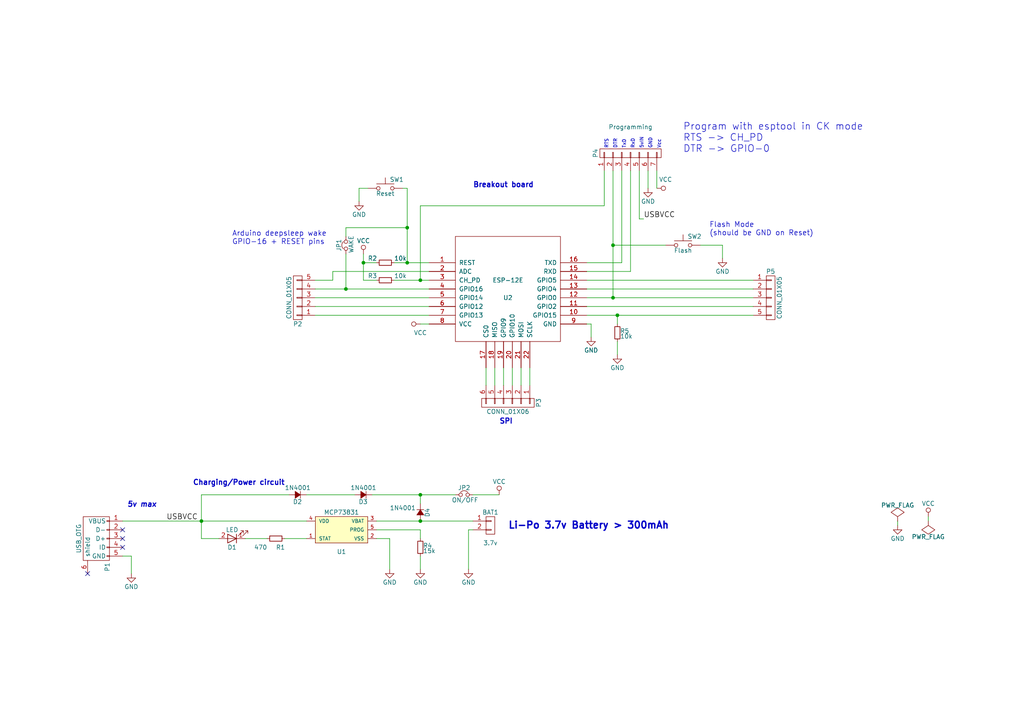
<source format=kicad_sch>
(kicad_sch (version 20230121) (generator eeschema)
  (paper "A4")
  (title_block (title "ESP-12E Module with Battery charger") (date "01/03/2017") (rev "A") (company "dev76.org") (comment 1 "No voltage regulator to use with Li-Po battery."))
  (lib_symbols
    (symbol "Parts:MCP73831" (pin_names (offset 1.016))
      (property "Reference" "U" (at 0 -6.35 0))
      (property "Value" "MCP73831" (at 0 5.08 0))
      (symbol "MCP73831_0_1"
        (rectangle (start -7.62 3.81) (end 7.62 -3.81) (fill (type background)))
      )
      (symbol "MCP73831_1_1"
        (pin input line (at -10.16 -2.54 0) (length 2.54) (name "STAT") (number "1"))
        (pin input line (at 10.16 -2.54 180) (length 2.54) (name "VSS") (number "2"))
        (pin input line (at 10.16 2.54 180) (length 2.54) (name "VBAT") (number "3"))
        (pin input line (at -10.16 2.54 0) (length 2.54) (name "VDD") (number "4"))
        (pin input line (at 10.16 0 180) (length 2.54) (name "PROG") (number "5"))
      )
    )
    (symbol "esp12-board-rescue:CONN_01X02" (pin_names (offset 1.016) hide)
      (property "Reference" "P" (at 0 3.81 0))
      (property "Value" "CONN_01X02" (at 2.54 0 90))
      (symbol "CONN_01X02_0_1"
        (rectangle (start -1.27 -1.143) (end 0.254 -1.397))
        (rectangle (start -1.27 1.397) (end 0.254 1.143))
        (rectangle (start -1.27 2.54) (end 1.27 -2.54))
      )
      (symbol "CONN_01X02_1_1"
        (pin passive line (at -5.08 1.27 0) (length 3.81) (name "P1") (number "1"))
        (pin passive line (at -5.08 -1.27 0) (length 3.81) (name "P2") (number "2"))
      )
    )
    (symbol "esp12-board-rescue:CONN_01X05" (pin_names (offset 1.016) hide)
      (property "Reference" "P" (at 0 7.62 0))
      (property "Value" "CONN_01X05" (at 2.54 0 90))
      (symbol "CONN_01X05_0_1"
        (rectangle (start -1.27 -4.953) (end 0.254 -5.207))
        (rectangle (start -1.27 -2.413) (end 0.254 -2.667))
        (rectangle (start -1.27 0.127) (end 0.254 -0.127))
        (rectangle (start -1.27 2.667) (end 0.254 2.413))
        (rectangle (start -1.27 5.207) (end 0.254 4.953))
        (rectangle (start -1.27 6.35) (end 1.27 -6.35))
      )
      (symbol "CONN_01X05_1_1"
        (pin passive line (at -5.08 5.08 0) (length 3.81) (name "P1") (number "1"))
        (pin passive line (at -5.08 2.54 0) (length 3.81) (name "P2") (number "2"))
        (pin passive line (at -5.08 0 0) (length 3.81) (name "P3") (number "3"))
        (pin passive line (at -5.08 -2.54 0) (length 3.81) (name "P4") (number "4"))
        (pin passive line (at -5.08 -5.08 0) (length 3.81) (name "P5") (number "5"))
      )
    )
    (symbol "esp12-board-rescue:CONN_01X06" (pin_names (offset 1.016) hide)
      (property "Reference" "P" (at 0 8.89 0))
      (property "Value" "CONN_01X06" (at 2.54 0 90))
      (symbol "CONN_01X06_0_1"
        (rectangle (start -1.27 -6.223) (end 0.254 -6.477))
        (rectangle (start -1.27 -3.683) (end 0.254 -3.937))
        (rectangle (start -1.27 -1.143) (end 0.254 -1.397))
        (rectangle (start -1.27 1.397) (end 0.254 1.143))
        (rectangle (start -1.27 3.937) (end 0.254 3.683))
        (rectangle (start -1.27 6.477) (end 0.254 6.223))
        (rectangle (start -1.27 7.62) (end 1.27 -7.62))
      )
      (symbol "CONN_01X06_1_1"
        (pin passive line (at -5.08 6.35 0) (length 3.81) (name "P1") (number "1"))
        (pin passive line (at -5.08 3.81 0) (length 3.81) (name "P2") (number "2"))
        (pin passive line (at -5.08 1.27 0) (length 3.81) (name "P3") (number "3"))
        (pin passive line (at -5.08 -1.27 0) (length 3.81) (name "P4") (number "4"))
        (pin passive line (at -5.08 -3.81 0) (length 3.81) (name "P5") (number "5"))
        (pin passive line (at -5.08 -6.35 0) (length 3.81) (name "P6") (number "6"))
      )
    )
    (symbol "esp12-board-rescue:CONN_01X07" (pin_names (offset 1.016) hide)
      (property "Reference" "P" (at 0 10.16 0))
      (property "Value" "CONN_01X07" (at 2.54 0 90))
      (symbol "CONN_01X07_0_1"
        (rectangle (start -1.27 -8.89) (end 1.27 8.89))
        (rectangle (start -1.27 -7.493) (end 0.254 -7.747))
        (rectangle (start -1.27 -4.953) (end 0.254 -5.207))
        (rectangle (start -1.27 -2.413) (end 0.254 -2.667))
        (rectangle (start -1.27 0.127) (end 0.254 -0.127))
        (rectangle (start -1.27 2.667) (end 0.254 2.413))
        (rectangle (start -1.27 5.207) (end 0.254 4.953))
        (rectangle (start -1.27 7.747) (end 0.254 7.493))
      )
      (symbol "CONN_01X07_1_1"
        (pin passive line (at -5.08 7.62 0) (length 3.81) (name "P1") (number "1"))
        (pin passive line (at -5.08 5.08 0) (length 3.81) (name "P2") (number "2"))
        (pin passive line (at -5.08 2.54 0) (length 3.81) (name "P3") (number "3"))
        (pin passive line (at -5.08 0 0) (length 3.81) (name "P4") (number "4"))
        (pin passive line (at -5.08 -2.54 0) (length 3.81) (name "P5") (number "5"))
        (pin passive line (at -5.08 -5.08 0) (length 3.81) (name "P6") (number "6"))
        (pin passive line (at -5.08 -7.62 0) (length 3.81) (name "P7") (number "7"))
      )
    )
    (symbol "esp12-board-rescue:D_Small_ALT" (pin_numbers hide) (pin_names (offset 0.254) hide)
      (property "Reference" "D" (at -1.27 2.032 0))
      (property "Value" "D_Small_ALT" (at -3.81 -2.032 0))
      (symbol "D_Small_ALT_0_1"
        (polyline (pts (xy -0.762 -1.016) (xy -0.762 1.016)))
        (polyline (pts (xy -0.762 0) (xy 0.762 0)))
        (polyline (pts (xy 0.762 -1.016) (xy -0.762 0) (xy 0.762 1.016) (xy 0.762 -1.016)) (fill (type outline)))
      )
      (symbol "D_Small_ALT_1_1"
        (pin passive line (at -2.54 0 0) (length 1.778) (name "K") (number "1"))
        (pin passive line (at 2.54 0 180) (length 1.778) (name "A") (number "2"))
      )
    )
    (symbol "esp12-board-rescue:ESP-12E" (pin_names (offset 1.016))
      (property "Reference" "U" (at 0 -2.54 0))
      (property "Value" "ESP-12E" (at 0 2.54 0))
      (symbol "ESP-12E_1_0"
        (rectangle (start -15.24 -15.24) (end 15.24 15.24))
      )
      (symbol "ESP-12E_1_1"
        (pin input line (at -22.86 7.62 0) (length 7.62) (name "REST") (number "1"))
        (pin bidirectional line (at 22.86 -7.62 180) (length 7.62) (name "GPIO15") (number "10"))
        (pin bidirectional line (at 22.86 -5.08 180) (length 7.62) (name "GPIO2") (number "11"))
        (pin bidirectional line (at 22.86 -2.54 180) (length 7.62) (name "GPIO0") (number "12"))
        (pin bidirectional line (at 22.86 0 180) (length 7.62) (name "GPIO4") (number "13"))
        (pin bidirectional line (at 22.86 2.54 180) (length 7.62) (name "GPIO5") (number "14"))
        (pin input line (at 22.86 5.08 180) (length 7.62) (name "RXD") (number "15"))
        (pin output line (at 22.86 7.62 180) (length 7.62) (name "TXD") (number "16"))
        (pin bidirectional line (at -6.35 -22.86 90) (length 7.62) (name "CS0") (number "17"))
        (pin bidirectional line (at -3.81 -22.86 90) (length 7.62) (name "MISO") (number "18"))
        (pin bidirectional line (at -1.27 -22.86 90) (length 7.62) (name "GPIO9") (number "19"))
        (pin passive line (at -22.86 5.08 0) (length 7.62) (name "ADC") (number "2"))
        (pin bidirectional line (at 1.27 -22.86 90) (length 7.62) (name "GPIO10") (number "20"))
        (pin bidirectional line (at 3.81 -22.86 90) (length 7.62) (name "MOSI") (number "21"))
        (pin bidirectional line (at 6.35 -22.86 90) (length 7.62) (name "SCLK") (number "22"))
        (pin input line (at -22.86 2.54 0) (length 7.62) (name "CH_PD") (number "3"))
        (pin bidirectional line (at -22.86 0 0) (length 7.62) (name "GPIO16") (number "4"))
        (pin bidirectional line (at -22.86 -2.54 0) (length 7.62) (name "GPIO14") (number "5"))
        (pin bidirectional line (at -22.86 -5.08 0) (length 7.62) (name "GPIO12") (number "6"))
        (pin bidirectional line (at -22.86 -7.62 0) (length 7.62) (name "GPIO13") (number "7"))
        (pin power_in line (at -22.86 -10.16 0) (length 7.62) (name "VCC") (number "8"))
        (pin power_in line (at 22.86 -10.16 180) (length 7.62) (name "GND") (number "9"))
      )
    )
    (symbol "esp12-board-rescue:GND" (power) (pin_names (offset 0))
      (property "Value" "GND" (at 0 -3.81 0))
      (symbol "GND_0_1"
        (polyline (pts (xy 0 0) (xy 0 -1.27) (xy 1.27 -1.27) (xy 0 -2.54) (xy -1.27 -1.27) (xy 0 -1.27)))
      )
      (symbol "GND_1_1"
        (pin power_in line (at 0 0 270) (length 0) hide (name "GND") (number "1"))
      )
    )
    (symbol "esp12-board-rescue:Jumper_NC_Small" (pin_numbers hide) (pin_names (offset 0.762) hide)
      (property "Reference" "JP" (at 0 2.032 0))
      (property "Value" "Jumper_NC_Small" (at 0.254 -1.524 0))
      (symbol "Jumper_NC_Small_0_1"
        (circle (center -1.016 0) (radius 0.508))
        (circle (center 1.016 0) (radius 0.508))
        (arc (start 1.016 0.762) (mid 0 1.1828) (end -1.016 0.762))
        (pin passive line (at -2.54 0 0) (length 1.016) (name "1") (number "1"))
        (pin passive line (at 2.54 0 180) (length 1.016) (name "2") (number "2"))
      )
    )
    (symbol "esp12-board-rescue:LED" (pin_names (offset 1.016) hide)
      (property "Reference" "D" (at 0 2.54 0))
      (property "Value" "LED" (at 0 -2.54 0))
      (symbol "LED_0_1"
        (polyline (pts (xy -1.27 -1.27) (xy -1.27 1.27)) (stroke (width 0.2032)))
        (polyline (pts (xy -1.27 0) (xy 1.27 0)))
        (polyline (pts (xy 1.27 -1.27) (xy 1.27 1.27) (xy -1.27 0) (xy 1.27 -1.27)) (stroke (width 0.2032)))
        (polyline (pts (xy -3.048 -0.762) (xy -4.572 -2.286) (xy -3.81 -2.286) (xy -4.572 -2.286) (xy -4.572 -1.524)))
        (polyline (pts (xy -1.778 -0.762) (xy -3.302 -2.286) (xy -2.54 -2.286) (xy -3.302 -2.286) (xy -3.302 -1.524)))
      )
      (symbol "LED_1_1"
        (pin passive line (at -3.81 0 0) (length 2.54) (name "K") (number "1"))
        (pin passive line (at 3.81 0 180) (length 2.54) (name "A") (number "2"))
      )
    )
    (symbol "esp12-board-rescue:PWR_FLAG" (power) (pin_numbers hide) (pin_names (offset 0) hide)
      (property "Value" "PWR_FLAG" (at 0 4.572 0))
      (symbol "PWR_FLAG_0_0"
        (pin power_out line (at 0 0 90) (length 0) (name "pwr") (number "1"))
      )
      (symbol "PWR_FLAG_0_1"
        (polyline (pts (xy 0 0) (xy 0 1.27) (xy -1.905 2.54) (xy 0 3.81) (xy 1.905 2.54) (xy 0 1.27)))
      )
    )
    (symbol "esp12-board-rescue:R_Small" (pin_numbers hide) (pin_names (offset 0.254) hide)
      (property "Reference" "R" (at 0.762 0.508 0))
      (property "Value" "R_Small" (at 0.762 -1.016 0))
      (symbol "R_Small_0_1"
        (rectangle (start -0.762 1.778) (end 0.762 -1.778) (stroke (width 0.2032)))
      )
      (symbol "R_Small_1_1"
        (pin passive line (at 0 2.54 270) (length 0.762) (name "~") (number "1"))
        (pin passive line (at 0 -2.54 90) (length 0.762) (name "~") (number "2"))
      )
    )
    (symbol "esp12-board-rescue:SW_Push" (pin_numbers hide) (pin_names (offset 1.016) hide)
      (property "Reference" "SW" (at 1.27 2.54 0))
      (property "Value" "SW_Push" (at 0 -1.524 0))
      (symbol "SW_Push_0_1"
        (circle (center -2.032 0) (radius 0.508))
        (polyline (pts (xy 0 1.27) (xy 0 3.048)))
        (polyline (pts (xy 2.54 1.27) (xy -2.54 1.27)))
        (circle (center 2.032 0) (radius 0.508))
        (pin passive line (at -5.08 0 0) (length 2.54) (name "1") (number "1"))
        (pin passive line (at 5.08 0 180) (length 2.54) (name "2") (number "2"))
      )
    )
    (symbol "esp12-board-rescue:USB_OTG" (pin_names (offset 1.016))
      (property "Reference" "P" (at 8.255 -3.175 0))
      (property "Value" "USB_OTG" (at 0 5.08 0))
      (symbol "USB_OTG_0_1"
        (rectangle (start -6.35 -3.81) (end 6.35 3.81))
        (rectangle (start -5.207 -3.81) (end -4.953 -3.048))
        (rectangle (start -2.667 -3.81) (end -2.413 -3.048))
        (rectangle (start -0.127 -3.81) (end 0.127 -3.048))
        (rectangle (start 2.413 -3.81) (end 2.667 -3.048))
        (rectangle (start 4.953 -3.81) (end 5.207 -3.048))
      )
      (symbol "USB_OTG_1_1"
        (pin power_out line (at -5.08 -7.62 90) (length 3.81) (name "VBUS") (number "1"))
        (pin passive line (at -2.54 -7.62 90) (length 3.81) (name "D-") (number "2"))
        (pin passive line (at 0 -7.62 90) (length 3.81) (name "D+") (number "3"))
        (pin power_in line (at 2.54 -7.62 90) (length 3.81) (name "ID") (number "4"))
        (pin power_in line (at 5.08 -7.62 90) (length 3.81) (name "GND") (number "5"))
        (pin passive line (at 10.16 2.54 180) (length 3.81) (name "shield") (number "6"))
      )
    )
    (symbol "esp12-board-rescue:VCC" (power) (pin_names (offset 0))
      (property "Value" "VCC" (at 0 3.81 0))
      (symbol "VCC_0_1"
        (polyline (pts (xy 0 0) (xy 0 1.27)))
        (circle (center 0 1.905) (radius 0.635))
      )
      (symbol "VCC_1_1"
        (pin power_in line (at 0 0 90) (length 0) hide (name "VCC") (number "1"))
      )
    )
  )
  (junction (at 179.07 91.44))
  (junction (at 100.33 83.82))
  (junction (at 118.11 76.2))
  (junction (at 105.41 76.2))
  (junction (at 118.11 66.04))
  (junction (at 58.42 151.13))
  (junction (at 177.8 86.36))
  (junction (at 177.8 71.12))
  (junction (at 121.92 143.51))
  (junction (at 121.92 81.28))
  (junction (at 121.92 151.13))
  (no_connect (at 25.4 166.37))
  (no_connect (at 35.56 156.21))
  (no_connect (at 35.56 153.67))
  (no_connect (at 35.56 158.75))
  (wire (pts (xy 140.97 111.76) (xy 140.97 106.68)))
  (wire (pts (xy 121.92 151.13) (xy 137.16 151.13)))
  (wire (pts (xy 104.14 54.61) (xy 106.68 54.61)))
  (wire (pts (xy 100.33 73.66) (xy 100.33 83.82)))
  (wire (pts (xy 91.44 88.9) (xy 124.46 88.9)))
  (wire (pts (xy 113.03 156.21) (xy 113.03 165.1)))
  (wire (pts (xy 124.46 91.44) (xy 91.44 91.44)))
  (wire (pts (xy 121.92 59.69) (xy 121.92 81.28)))
  (wire (pts (xy 209.55 74.93) (xy 209.55 71.12)))
  (wire (pts (xy 116.84 54.61) (xy 118.11 54.61)))
  (wire (pts (xy 114.3 76.2) (xy 118.11 76.2)))
  (wire (pts (xy 170.18 91.44) (xy 179.07 91.44)))
  (wire (pts (xy 100.33 83.82) (xy 124.46 83.82)))
  (wire (pts (xy 179.07 91.44) (xy 179.07 93.98)))
  (wire (pts (xy 175.26 59.69) (xy 175.26 49.53)))
  (wire (pts (xy 269.24 149.86) (xy 269.24 151.13)))
  (wire (pts (xy 121.92 143.51) (xy 132.08 143.51)))
  (wire (pts (xy 121.92 165.1) (xy 121.92 161.29)))
  (wire (pts (xy 179.07 99.06) (xy 179.07 102.87)))
  (wire (pts (xy 105.41 73.66) (xy 105.41 76.2)))
  (wire (pts (xy 104.14 58.42) (xy 104.14 54.61)))
  (wire (pts (xy 121.92 93.98) (xy 124.46 93.98)))
  (wire (pts (xy 114.3 81.28) (xy 121.92 81.28)))
  (wire (pts (xy 146.05 111.76) (xy 146.05 106.68)))
  (wire (pts (xy 38.1 161.29) (xy 35.56 161.29)))
  (wire (pts (xy 187.96 54.61) (xy 187.96 49.53)))
  (wire (pts (xy 109.22 156.21) (xy 113.03 156.21)))
  (wire (pts (xy 144.78 143.51) (xy 137.16 143.51)))
  (wire (pts (xy 153.67 111.76) (xy 153.67 106.68)))
  (wire (pts (xy 77.47 156.21) (xy 71.12 156.21)))
  (wire (pts (xy 179.07 91.44) (xy 218.44 91.44)))
  (wire (pts (xy 177.8 71.12) (xy 177.8 86.36)))
  (wire (pts (xy 185.42 49.53) (xy 185.42 63.5)))
  (wire (pts (xy 109.22 151.13) (xy 121.92 151.13)))
  (wire (pts (xy 83.82 143.51) (xy 58.42 143.51)))
  (wire (pts (xy 260.35 152.4) (xy 260.35 151.13)))
  (wire (pts (xy 96.52 81.28) (xy 91.44 81.28)))
  (wire (pts (xy 105.41 81.28) (xy 109.22 81.28)))
  (wire (pts (xy 182.88 78.74) (xy 182.88 49.53)))
  (wire (pts (xy 58.42 151.13) (xy 88.9 151.13)))
  (wire (pts (xy 218.44 81.28) (xy 170.18 81.28)))
  (wire (pts (xy 100.33 68.58) (xy 100.33 66.04)))
  (wire (pts (xy 100.33 66.04) (xy 118.11 66.04)))
  (wire (pts (xy 107.95 143.51) (xy 121.92 143.51)))
  (wire (pts (xy 177.8 49.53) (xy 177.8 71.12)))
  (wire (pts (xy 118.11 76.2) (xy 124.46 76.2)))
  (wire (pts (xy 135.89 165.1) (xy 135.89 153.67)))
  (wire (pts (xy 58.42 156.21) (xy 63.5 156.21)))
  (wire (pts (xy 151.13 111.76) (xy 151.13 106.68)))
  (wire (pts (xy 170.18 78.74) (xy 182.88 78.74)))
  (wire (pts (xy 170.18 76.2) (xy 180.34 76.2)))
  (wire (pts (xy 121.92 156.21) (xy 121.92 153.67)))
  (wire (pts (xy 118.11 66.04) (xy 118.11 76.2)))
  (wire (pts (xy 38.1 166.37) (xy 38.1 161.29)))
  (wire (pts (xy 58.42 143.51) (xy 58.42 151.13)))
  (wire (pts (xy 88.9 143.51) (xy 102.87 143.51)))
  (wire (pts (xy 124.46 78.74) (xy 96.52 78.74)))
  (wire (pts (xy 193.04 71.12) (xy 177.8 71.12)))
  (wire (pts (xy 91.44 83.82) (xy 100.33 83.82)))
  (wire (pts (xy 121.92 153.67) (xy 109.22 153.67)))
  (wire (pts (xy 121.92 59.69) (xy 175.26 59.69)))
  (wire (pts (xy 190.5 54.61) (xy 190.5 49.53)))
  (wire (pts (xy 185.42 63.5) (xy 186.69 63.5)))
  (wire (pts (xy 143.51 111.76) (xy 143.51 106.68)))
  (wire (pts (xy 58.42 151.13) (xy 58.42 156.21)))
  (wire (pts (xy 218.44 88.9) (xy 170.18 88.9)))
  (wire (pts (xy 171.45 97.79) (xy 171.45 93.98)))
  (wire (pts (xy 96.52 78.74) (xy 96.52 81.28)))
  (wire (pts (xy 148.59 111.76) (xy 148.59 106.68)))
  (wire (pts (xy 177.8 86.36) (xy 218.44 86.36)))
  (wire (pts (xy 171.45 93.98) (xy 170.18 93.98)))
  (wire (pts (xy 121.92 143.51) (xy 121.92 146.05)))
  (wire (pts (xy 105.41 76.2) (xy 105.41 81.28)))
  (wire (pts (xy 170.18 86.36) (xy 177.8 86.36)))
  (wire (pts (xy 124.46 86.36) (xy 91.44 86.36)))
  (wire (pts (xy 82.55 156.21) (xy 88.9 156.21)))
  (wire (pts (xy 209.55 71.12) (xy 203.2 71.12)))
  (wire (pts (xy 135.89 153.67) (xy 137.16 153.67)))
  (wire (pts (xy 105.41 76.2) (xy 109.22 76.2)))
  (wire (pts (xy 121.92 81.28) (xy 124.46 81.28)))
  (wire (pts (xy 118.11 54.61) (xy 118.11 66.04)))
  (wire (pts (xy 218.44 83.82) (xy 170.18 83.82)))
  (wire (pts (xy 180.34 76.2) (xy 180.34 49.53)))
  (wire (pts (xy 35.56 151.13) (xy 58.42 151.13)))
  (text "Flash Mode\n(should be GND on Reset)" (at 205.74 68.58 0) (effects (font (size 1.4986 1.4986)) (justify left bottom)))
  (text "Program with esptool in CK mode\nRTS -> CH_PD\nDTR -> GPIO-0" (at 198.12 44.45 0) (effects (font (size 2.0066 2.0066)) (justify left bottom)))
  (text "Charging/Power circuit" (at 55.88 140.97 0) (effects (font (size 1.4986 1.4986) (thickness 0.2997) bold) (justify left bottom)))
  (text "TxD" (at 181.61 43.18 90) (effects (font (size 0.9906 0.9906)) (justify left bottom)))
  (text "5vIN" (at 186.69 43.18 90) (effects (font (size 0.9906 0.9906)) (justify left bottom)))
  (text "DTR" (at 179.07 43.18 90) (effects (font (size 0.9906 0.9906)) (justify left bottom)))
  (text "RTS" (at 176.53 43.18 90) (effects (font (size 0.9906 0.9906)) (justify left bottom)))
  (text "Li-Po 3.7v Battery > 300mAh" (at 147.32 153.67 0) (effects (font (size 2.0066 2.0066) (thickness 0.4013) bold) (justify left bottom)))
  (text "RxD" (at 184.15 43.18 90) (effects (font (size 0.9906 0.9906)) (justify left bottom)))
  (text "Arduino deepsleep wake\nGPIO-16 + RESET pins" (at 67.31 71.12 0) (effects (font (size 1.4986 1.4986)) (justify left bottom)))
  (text "5v max" (at 36.83 147.32 0) (effects (font (size 1.4986 1.4986) (thickness 0.2997) bold italic) (justify left bottom)))
  (text "Breakout board" (at 137.16 54.61 0) (effects (font (size 1.4986 1.4986) (thickness 0.2997) bold) (justify left bottom)))
  (text "Vcc" (at 191.77 43.18 90) (effects (font (size 0.9906 0.9906)) (justify left bottom)))
  (text "SPI" (at 144.78 123.19 0) (effects (font (size 1.4986 1.4986) (thickness 0.2997) bold) (justify left bottom)))
  (text "GND" (at 189.23 43.18 90) (effects (font (size 0.9906 0.9906)) (justify left bottom)))
  (label "USBVCC" (at 48.26 151.13 0) (effects (font (size 1.524 1.524))))
  (label "USBVCC" (at 186.69 63.5 0) (effects (font (size 1.524 1.524))))
  (symbol (lib_id "esp12-board-rescue:ESP-12E") (at 147.32 83.82 0) (unit 1)
    (property "Reference" "U2" (at 147.32 86.36 0))
    (property "Value" "ESP-12E" (at 147.32 81.28 0))
    (property "Footprint" "ESP8266:ESP-12E" (effects hide))
  )
  (symbol (lib_id "Parts:MCP73831") (at 99.06 153.67 0) (unit 1)
    (property "Reference" "U1" (at 99.06 160.02 0))
    (property "Value" "MCP73831" (at 99.06 148.59 0))
    (property "Footprint" "TO_SOT_Packages_SMD:SOT-23-5" (effects hide))
  )
  (symbol (lib_id "esp12-board-rescue:LED") (at 67.31 156.21 180) (unit 1)
    (property "Reference" "D1" (at 67.31 158.75 0))
    (property "Value" "LED" (at 67.31 153.67 0))
    (property "Footprint" "LEDs:LED_0805" (effects hide))
  )
  (symbol (lib_id "esp12-board-rescue:R_Small") (at 80.01 156.21 270) (unit 1)
    (property "Reference" "R1" (at 80.01 158.75 90) (effects (justify left)))
    (property "Value" "470" (at 73.66 158.75 90) (effects (justify left)))
    (property "Footprint" "Resistors_SMD:R_1206_HandSoldering" (effects hide))
  )
  (symbol (lib_id "esp12-board-rescue:GND") (at 113.03 165.1 0) (unit 1)
    (property "Reference" "#PWR01" (effects hide))
    (property "Value" "GND" (at 113.03 168.91 0))
  )
  (symbol (lib_id "esp12-board-rescue:R_Small") (at 121.92 158.75 0) (unit 1)
    (property "Reference" "R4" (at 122.682 158.242 0) (effects (justify left)))
    (property "Value" "15k" (at 122.682 159.766 0) (effects (justify left)))
    (property "Footprint" "Resistors_SMD:R_1206_HandSoldering" (effects hide))
  )
  (symbol (lib_id "esp12-board-rescue:GND") (at 121.92 165.1 0) (unit 1)
    (property "Reference" "#PWR02" (effects hide))
    (property "Value" "GND" (at 121.92 168.91 0))
  )
  (symbol (lib_id "esp12-board-rescue:CONN_01X02") (at 142.24 152.4 0) (unit 1)
    (property "Reference" "BAT1" (at 142.24 148.59 0))
    (property "Value" "3.7v" (at 142.24 157.48 0))
    (property "Footprint" "Pin_Headers:Pin_Header_Angled_1x02" (effects hide))
  )
  (symbol (lib_id "esp12-board-rescue:GND") (at 135.89 165.1 0) (unit 1)
    (property "Reference" "#PWR03" (effects hide))
    (property "Value" "GND" (at 135.89 168.91 0))
  )
  (symbol (lib_id "esp12-board-rescue:D_Small_ALT") (at 121.92 148.59 270) (unit 1)
    (property "Reference" "D4" (at 123.952 147.32 0) (effects (justify left)))
    (property "Value" "1N4001" (at 113.03 147.32 90) (effects (justify left)))
    (property "Footprint" "Diodes_SMD:SMA_Standard" (effects hide))
  )
  (symbol (lib_id "esp12-board-rescue:D_Small_ALT") (at 105.41 143.51 180) (unit 1)
    (property "Reference" "D3" (at 106.68 145.542 0) (effects (justify left)))
    (property "Value" "1N4001" (at 109.22 141.478 0) (effects (justify left)))
    (property "Footprint" "Diodes_SMD:SMA_Standard" (effects hide))
  )
  (symbol (lib_id "esp12-board-rescue:D_Small_ALT") (at 86.36 143.51 180) (unit 1)
    (property "Reference" "D2" (at 87.63 145.542 0) (effects (justify left)))
    (property "Value" "1N4001" (at 90.17 141.478 0) (effects (justify left)))
    (property "Footprint" "Diodes_SMD:SMA_Standard" (effects hide))
  )
  (symbol (lib_id "esp12-board-rescue:Jumper_NC_Small") (at 134.62 143.51 0) (unit 1)
    (property "Reference" "JP2" (at 134.62 141.478 0))
    (property "Value" "ON/OFF" (at 134.874 145.034 0))
    (property "Footprint" "Pin_Headers:Pin_Header_Straight_1x02" (effects hide))
  )
  (symbol (lib_id "esp12-board-rescue:VCC") (at 144.78 143.51 0) (unit 1)
    (property "Reference" "#PWR04" (effects hide))
    (property "Value" "VCC" (at 144.78 139.7 0))
  )
  (symbol (lib_id "esp12-board-rescue:GND") (at 38.1 166.37 0) (unit 1)
    (property "Reference" "#PWR05" (effects hide))
    (property "Value" "GND" (at 38.1 170.18 0))
  )
  (symbol (lib_id "esp12-board-rescue:R_Small") (at 111.76 81.28 270) (unit 1)
    (property "Reference" "R3" (at 106.68 80.01 90) (effects (justify left)))
    (property "Value" "10k" (at 114.3 80.01 90) (effects (justify left)))
    (property "Footprint" "Resistors_SMD:R_1206_HandSoldering" (effects hide))
  )
  (symbol (lib_id "esp12-board-rescue:R_Small") (at 111.76 76.2 270) (unit 1)
    (property "Reference" "R2" (at 106.68 74.93 90) (effects (justify left)))
    (property "Value" "10k" (at 114.3 74.93 90) (effects (justify left)))
    (property "Footprint" "Resistors_SMD:R_1206_HandSoldering" (effects hide))
  )
  (symbol (lib_id "esp12-board-rescue:R_Small") (at 179.07 96.52 0) (unit 1)
    (property "Reference" "R5" (at 179.832 96.012 0) (effects (justify left)))
    (property "Value" "10k" (at 179.832 97.536 0) (effects (justify left)))
    (property "Footprint" "Resistors_SMD:R_1206_HandSoldering" (effects hide))
  )
  (symbol (lib_id "esp12-board-rescue:GND") (at 179.07 102.87 0) (unit 1)
    (property "Reference" "#PWR06" (effects hide))
    (property "Value" "GND" (at 179.07 106.68 0))
  )
  (symbol (lib_id "esp12-board-rescue:VCC") (at 105.41 73.66 0) (unit 1)
    (property "Reference" "#PWR07" (effects hide))
    (property "Value" "VCC" (at 105.41 69.85 0))
  )
  (symbol (lib_id "esp12-board-rescue:VCC") (at 121.92 93.98 90) (unit 1)
    (property "Reference" "#PWR08" (effects hide))
    (property "Value" "VCC" (at 121.92 96.52 90))
  )
  (symbol (lib_id "esp12-board-rescue:GND") (at 187.96 54.61 0) (unit 1)
    (property "Reference" "#PWR09" (effects hide))
    (property "Value" "GND" (at 187.96 58.42 0))
  )
  (symbol (lib_id "esp12-board-rescue:CONN_01X07") (at 182.88 44.45 90) (unit 1)
    (property "Reference" "P4" (at 172.72 44.45 0))
    (property "Value" "Programming" (at 182.88 36.83 90))
    (property "Footprint" "Pin_Headers:Pin_Header_Angled_1x07" (effects hide))
  )
  (symbol (lib_id "esp12-board-rescue:VCC") (at 190.5 54.61 270) (unit 1)
    (property "Reference" "#PWR010" (effects hide))
    (property "Value" "VCC" (at 193.04 52.07 90))
  )
  (symbol (lib_id "esp12-board-rescue:Jumper_NC_Small") (at 100.33 71.12 90) (unit 1)
    (property "Reference" "JP1" (at 98.298 71.12 0))
    (property "Value" "WAKE" (at 101.854 70.866 0))
    (property "Footprint" "Pin_Headers:Pin_Header_Straight_1x02" (effects hide))
  )
  (symbol (lib_id "esp12-board-rescue:CONN_01X05") (at 86.36 86.36 180) (unit 1)
    (property "Reference" "P2" (at 86.36 93.98 0))
    (property "Value" "CONN_01X05" (at 83.82 86.36 90))
    (property "Footprint" "Pin_Headers:Pin_Header_Straight_1x05" (effects hide))
  )
  (symbol (lib_id "esp12-board-rescue:CONN_01X06") (at 147.32 116.84 270) (unit 1)
    (property "Reference" "P3" (at 156.21 116.84 0))
    (property "Value" "CONN_01X06" (at 147.32 119.38 90))
    (property "Footprint" "Pin_Headers:Pin_Header_Straight_1x06" (effects hide))
  )
  (symbol (lib_id "esp12-board-rescue:CONN_01X05") (at 223.52 86.36 0) (unit 1)
    (property "Reference" "P5" (at 223.52 78.74 0))
    (property "Value" "CONN_01X05" (at 226.06 86.36 90))
    (property "Footprint" "Pin_Headers:Pin_Header_Straight_1x05" (effects hide))
  )
  (symbol (lib_id "esp12-board-rescue:SW_Push") (at 111.76 54.61 0) (unit 1)
    (property "Reference" "SW1" (at 113.03 52.07 0) (effects (justify left)))
    (property "Value" "Reset" (at 111.76 56.134 0))
    (property "Footprint" "Buttons_Switches_SMD:SW_SPST_EVQPE1" (effects hide))
  )
  (symbol (lib_id "esp12-board-rescue:SW_Push") (at 198.12 71.12 0) (unit 1)
    (property "Reference" "SW2" (at 199.39 68.58 0) (effects (justify left)))
    (property "Value" "Flash" (at 198.12 72.644 0))
    (property "Footprint" "Buttons_Switches_SMD:SW_SPST_EVQPE1" (effects hide))
  )
  (symbol (lib_id "esp12-board-rescue:GND") (at 104.14 58.42 0) (unit 1)
    (property "Reference" "#PWR011" (effects hide))
    (property "Value" "GND" (at 104.14 62.23 0))
  )
  (symbol (lib_id "esp12-board-rescue:GND") (at 209.55 74.93 0) (unit 1)
    (property "Reference" "#PWR012" (effects hide))
    (property "Value" "GND" (at 209.55 78.74 0))
  )
  (symbol (lib_id "esp12-board-rescue:USB_OTG") (at 27.94 156.21 90) (mirror x) (unit 1)
    (property "Reference" "P1" (at 31.115 164.465 0))
    (property "Value" "USB_OTG" (at 22.86 156.21 0))
    (property "Footprint" "Connect:USB_Mini-B" (effects hide))
  )
  (symbol (lib_id "esp12-board-rescue:GND") (at 171.45 97.79 0) (unit 1)
    (property "Reference" "#PWR013" (effects hide))
    (property "Value" "GND" (at 171.45 101.6 0))
  )
  (symbol (lib_id "esp12-board-rescue:PWR_FLAG") (at 260.35 151.13 0) (unit 1)
    (property "Reference" "#FLG014" (effects hide))
    (property "Value" "PWR_FLAG" (at 260.35 146.558 0))
  )
  (symbol (lib_id "esp12-board-rescue:GND") (at 260.35 152.4 0) (unit 1)
    (property "Reference" "#PWR015" (effects hide))
    (property "Value" "GND" (at 260.35 156.21 0))
  )
  (symbol (lib_id "esp12-board-rescue:PWR_FLAG") (at 269.24 151.13 180) (unit 1)
    (property "Reference" "#FLG016" (effects hide))
    (property "Value" "PWR_FLAG" (at 269.24 155.702 0))
  )
  (symbol (lib_id "esp12-board-rescue:VCC") (at 269.24 149.86 0) (unit 1)
    (property "Reference" "#PWR017" (effects hide))
    (property "Value" "VCC" (at 269.24 146.05 0))
  )
)
</source>
